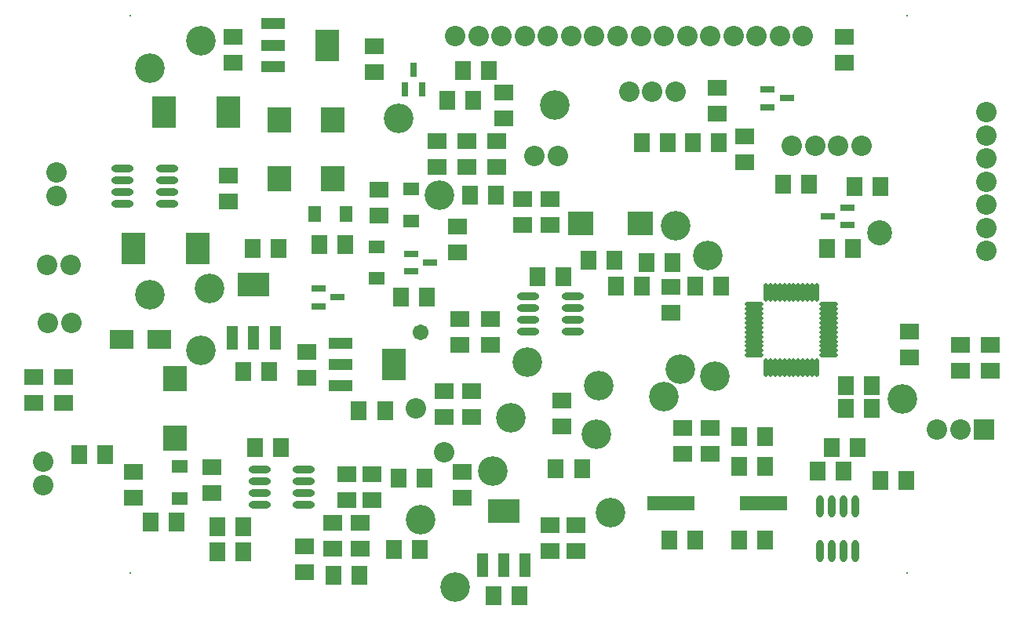
<source format=gbs>
%FSLAX25Y25*%
%MOIN*%
G70*
G01*
G75*
G04 Layer_Color=16711935*
%ADD10R,0.09449X0.03937*%
%ADD11R,0.09449X0.12992*%
%ADD12R,0.04331X0.03937*%
%ADD13R,0.03937X0.04331*%
%ADD14R,0.02362X0.05118*%
%ADD15R,0.03740X0.03543*%
%ADD16R,0.03740X0.03543*%
%ADD17R,0.07087X0.06299*%
%ADD18C,0.01969*%
%ADD19C,0.01181*%
%ADD20C,0.11811*%
%ADD21C,0.07874*%
%ADD22R,0.07874X0.07874*%
%ADD23C,0.09843*%
%ADD24C,0.05906*%
%ADD25R,0.19685X0.05118*%
%ADD26R,0.06299X0.07087*%
%ADD27R,0.09449X0.10236*%
%ADD28R,0.10236X0.09449*%
%ADD29R,0.05118X0.02362*%
%ADD30O,0.08661X0.02362*%
%ADD31O,0.07087X0.01181*%
%ADD32O,0.01181X0.07087*%
%ADD33R,0.03937X0.09449*%
%ADD34R,0.12992X0.09449*%
%ADD35O,0.02362X0.08661*%
%ADD36R,0.06299X0.04921*%
%ADD37R,0.09449X0.12992*%
%ADD38R,0.04921X0.06299*%
%ADD39R,0.09449X0.07087*%
%ADD40C,0.03937*%
%ADD41C,0.07874*%
%ADD42C,0.00984*%
%ADD43C,0.00787*%
%ADD44C,0.01000*%
%ADD45R,0.10249X0.04737*%
%ADD46R,0.10249X0.13792*%
%ADD47R,0.05131X0.04737*%
%ADD48R,0.04737X0.05131*%
%ADD49R,0.03162X0.05918*%
%ADD50R,0.04540X0.04343*%
%ADD51R,0.04540X0.04343*%
%ADD52R,0.07887X0.07099*%
%ADD53C,0.12611*%
%ADD54C,0.00800*%
%ADD55C,0.08674*%
%ADD56R,0.08674X0.08674*%
%ADD57C,0.10642*%
%ADD58C,0.06706*%
%ADD59R,0.20485X0.05918*%
%ADD60R,0.07099X0.07887*%
%ADD61R,0.10249X0.11036*%
%ADD62R,0.11036X0.10249*%
%ADD63R,0.05918X0.03162*%
%ADD64O,0.09461X0.03162*%
%ADD65O,0.07887X0.01981*%
%ADD66O,0.01981X0.07887*%
%ADD67R,0.04737X0.10249*%
%ADD68R,0.13792X0.10249*%
%ADD69O,0.03162X0.09461*%
%ADD70R,0.07099X0.05721*%
%ADD71R,0.10249X0.13792*%
%ADD72R,0.05721X0.07099*%
%ADD73R,0.10249X0.07887*%
D45*
X337992Y298031D02*
D03*
Y307087D02*
D03*
Y316142D02*
D03*
X309449Y433858D02*
D03*
Y442913D02*
D03*
Y451968D02*
D03*
D46*
X360827Y307087D02*
D03*
X332283Y442913D02*
D03*
D49*
X372835Y424016D02*
D03*
X365354D02*
D03*
X369094Y432283D02*
D03*
D52*
X579724Y310039D02*
D03*
Y321063D02*
D03*
X322835Y218898D02*
D03*
Y229921D02*
D03*
X290354Y387402D02*
D03*
Y376378D02*
D03*
X351378Y260433D02*
D03*
Y249410D02*
D03*
X389764Y250394D02*
D03*
Y261417D02*
D03*
X427165Y238779D02*
D03*
Y227756D02*
D03*
X495079Y280118D02*
D03*
Y269094D02*
D03*
X393701Y284842D02*
D03*
Y295866D02*
D03*
X483268Y280118D02*
D03*
Y269094D02*
D03*
X437992Y238779D02*
D03*
Y227756D02*
D03*
X323819Y312598D02*
D03*
Y301575D02*
D03*
X401575Y326378D02*
D03*
Y315354D02*
D03*
X388779Y326378D02*
D03*
Y315354D02*
D03*
X292323Y435433D02*
D03*
Y446457D02*
D03*
X352362Y431496D02*
D03*
Y442520D02*
D03*
X207677Y301772D02*
D03*
Y290748D02*
D03*
X498032Y424803D02*
D03*
Y413779D02*
D03*
X250000Y250394D02*
D03*
Y261417D02*
D03*
X346457Y239764D02*
D03*
Y228740D02*
D03*
X334646D02*
D03*
Y239764D02*
D03*
X378937Y391142D02*
D03*
Y402165D02*
D03*
X404528Y391142D02*
D03*
Y402165D02*
D03*
X340551Y260433D02*
D03*
Y249410D02*
D03*
X354331Y370472D02*
D03*
Y381496D02*
D03*
X387795Y354724D02*
D03*
Y365748D02*
D03*
X478346Y340158D02*
D03*
Y329134D02*
D03*
X432087Y280906D02*
D03*
Y291929D02*
D03*
X283465Y263386D02*
D03*
Y252362D02*
D03*
X381890Y295866D02*
D03*
Y284842D02*
D03*
X220472Y301772D02*
D03*
Y290748D02*
D03*
X509842Y393110D02*
D03*
Y404134D02*
D03*
X552165Y435433D02*
D03*
Y446457D02*
D03*
X614173Y315551D02*
D03*
Y304528D02*
D03*
X601378Y315551D02*
D03*
Y304528D02*
D03*
X427165Y366535D02*
D03*
Y377559D02*
D03*
X415354Y366535D02*
D03*
Y377559D02*
D03*
X391732Y391142D02*
D03*
Y402165D02*
D03*
X407480Y411811D02*
D03*
Y422835D02*
D03*
D53*
X256890Y336614D02*
D03*
Y433071D02*
D03*
X482283Y305118D02*
D03*
X410433Y284449D02*
D03*
X417323Y308071D02*
D03*
X494095Y353346D02*
D03*
X429134Y417323D02*
D03*
X576772Y292323D02*
D03*
X278543Y312992D02*
D03*
X379921Y378937D02*
D03*
X278543Y444882D02*
D03*
X362795Y411811D02*
D03*
X386811Y212598D02*
D03*
X372047Y241142D02*
D03*
X452756Y244094D02*
D03*
X446850Y277559D02*
D03*
X402559Y261811D02*
D03*
X447835Y298228D02*
D03*
X480315Y366142D02*
D03*
X497047Y302165D02*
D03*
X282480Y339567D02*
D03*
X475394Y293307D02*
D03*
D54*
X578642Y218504D02*
D03*
X248721D02*
D03*
Y455512D02*
D03*
X578642D02*
D03*
D55*
X559252Y400000D02*
D03*
X549409D02*
D03*
X539567D02*
D03*
X529724D02*
D03*
X591221Y279528D02*
D03*
X601221D02*
D03*
X460630Y423228D02*
D03*
X470472D02*
D03*
X480315D02*
D03*
X612205Y414370D02*
D03*
Y404528D02*
D03*
Y394685D02*
D03*
Y384842D02*
D03*
Y375000D02*
D03*
Y365158D02*
D03*
Y355315D02*
D03*
X430276Y395669D02*
D03*
X420276D02*
D03*
X211614Y265748D02*
D03*
Y255748D02*
D03*
X217520Y388779D02*
D03*
Y378780D02*
D03*
X223425Y349410D02*
D03*
X213425D02*
D03*
X465551Y446850D02*
D03*
X475394D02*
D03*
X485236D02*
D03*
X495079D02*
D03*
X504921D02*
D03*
X514764D02*
D03*
X524606D02*
D03*
X534449D02*
D03*
X455709D02*
D03*
X445866D02*
D03*
X436024D02*
D03*
X426181D02*
D03*
X416339D02*
D03*
X406496D02*
D03*
X396654D02*
D03*
X386811D02*
D03*
X213583Y324803D02*
D03*
X223583D02*
D03*
X381890Y269685D02*
D03*
X370079Y288386D02*
D03*
D56*
X611221Y279528D02*
D03*
D57*
X566929Y363189D02*
D03*
D58*
X372047Y320866D02*
D03*
X312008Y411221D02*
D03*
X334646D02*
D03*
X312008Y386024D02*
D03*
X334646D02*
D03*
D59*
X517717Y248031D02*
D03*
X478346D02*
D03*
D60*
X238189Y268701D02*
D03*
X227165D02*
D03*
X346063Y217520D02*
D03*
X335039D02*
D03*
X404134Y378937D02*
D03*
X393110D02*
D03*
X507283Y232283D02*
D03*
X518307D02*
D03*
X477756D02*
D03*
X488779D02*
D03*
X518307Y276575D02*
D03*
X507283D02*
D03*
X312598Y271654D02*
D03*
X301575D02*
D03*
X285827Y227362D02*
D03*
X296850D02*
D03*
X402953Y208661D02*
D03*
X413976D02*
D03*
X552559Y298228D02*
D03*
X563583D02*
D03*
X567323Y257874D02*
D03*
X578346D02*
D03*
X555709Y356299D02*
D03*
X544685D02*
D03*
X499606Y340551D02*
D03*
X488583D02*
D03*
X552559Y288386D02*
D03*
X563583D02*
D03*
X356890Y287402D02*
D03*
X345866D02*
D03*
X478937Y350394D02*
D03*
X467913D02*
D03*
X454331Y351378D02*
D03*
X443307D02*
D03*
X307677Y304134D02*
D03*
X296654D02*
D03*
X311614Y356299D02*
D03*
X300590D02*
D03*
X360630Y228346D02*
D03*
X371654D02*
D03*
X257283Y240158D02*
D03*
X268307D02*
D03*
X340158Y358268D02*
D03*
X329134D02*
D03*
X373622Y258858D02*
D03*
X362598D02*
D03*
X374606Y335630D02*
D03*
X363583D02*
D03*
X507283Y263779D02*
D03*
X518307D02*
D03*
X296850Y238189D02*
D03*
X285827D02*
D03*
X429528Y262795D02*
D03*
X440551D02*
D03*
X540748Y261811D02*
D03*
X551772D02*
D03*
X546654Y271654D02*
D03*
X557677D02*
D03*
X455118Y340551D02*
D03*
X466142D02*
D03*
X390158Y432087D02*
D03*
X401181D02*
D03*
X421654Y344488D02*
D03*
X432677D02*
D03*
X498622Y401575D02*
D03*
X487598D02*
D03*
X476968D02*
D03*
X465945D02*
D03*
X383268Y419291D02*
D03*
X394291D02*
D03*
X567520Y382874D02*
D03*
X556496D02*
D03*
X537008Y383858D02*
D03*
X525984D02*
D03*
D61*
X312008Y386024D02*
D03*
Y411221D02*
D03*
X334646Y386024D02*
D03*
Y411221D02*
D03*
X267717Y300984D02*
D03*
Y275787D02*
D03*
D62*
X440158Y367126D02*
D03*
X465354D02*
D03*
D63*
X519488Y416535D02*
D03*
Y424016D02*
D03*
X527756Y420276D02*
D03*
X553346Y373819D02*
D03*
Y366339D02*
D03*
X545079Y370079D02*
D03*
X367913Y346654D02*
D03*
Y354134D02*
D03*
X376181Y350394D02*
D03*
X328543Y331890D02*
D03*
Y339370D02*
D03*
X336811Y335630D02*
D03*
D64*
X245472Y375374D02*
D03*
Y380374D02*
D03*
Y385374D02*
D03*
Y390374D02*
D03*
X264370Y375374D02*
D03*
Y380374D02*
D03*
Y385374D02*
D03*
Y390374D02*
D03*
X303543Y247421D02*
D03*
Y252421D02*
D03*
Y257421D02*
D03*
Y262421D02*
D03*
X322441Y247421D02*
D03*
Y252421D02*
D03*
Y257421D02*
D03*
Y262421D02*
D03*
X436614Y336240D02*
D03*
Y331240D02*
D03*
Y326240D02*
D03*
Y321240D02*
D03*
X417717Y336240D02*
D03*
Y331240D02*
D03*
Y326240D02*
D03*
Y321240D02*
D03*
D65*
X545472Y311024D02*
D03*
Y312992D02*
D03*
Y314961D02*
D03*
Y316929D02*
D03*
Y318898D02*
D03*
Y320866D02*
D03*
Y322835D02*
D03*
Y324803D02*
D03*
Y326772D02*
D03*
Y328740D02*
D03*
Y330709D02*
D03*
Y332677D02*
D03*
X513583D02*
D03*
Y330709D02*
D03*
Y328740D02*
D03*
Y326772D02*
D03*
Y324803D02*
D03*
Y322835D02*
D03*
Y320866D02*
D03*
Y318898D02*
D03*
Y316929D02*
D03*
Y314961D02*
D03*
Y312992D02*
D03*
Y311024D02*
D03*
D66*
X540354Y337795D02*
D03*
X538386D02*
D03*
X536417D02*
D03*
X534449D02*
D03*
X532480D02*
D03*
X530512D02*
D03*
X528543D02*
D03*
X526575D02*
D03*
X524606D02*
D03*
X522638D02*
D03*
X520669D02*
D03*
X518701D02*
D03*
Y305906D02*
D03*
X520669D02*
D03*
X522638D02*
D03*
X524606D02*
D03*
X526575D02*
D03*
X528543D02*
D03*
X530512D02*
D03*
X532480D02*
D03*
X534449D02*
D03*
X536417D02*
D03*
X538386D02*
D03*
X540354D02*
D03*
D67*
X416535Y221850D02*
D03*
X407480D02*
D03*
X398425D02*
D03*
X310236Y318307D02*
D03*
X301181D02*
D03*
X292126D02*
D03*
D68*
X407480Y244685D02*
D03*
X301181Y341142D02*
D03*
D69*
X556713Y227756D02*
D03*
X551713D02*
D03*
X546713D02*
D03*
X541713D02*
D03*
X556713Y246654D02*
D03*
X551713D02*
D03*
X546713D02*
D03*
X541713D02*
D03*
D70*
X269646Y263622D02*
D03*
Y250039D02*
D03*
X368150Y368268D02*
D03*
Y381850D02*
D03*
X353386Y343661D02*
D03*
Y357244D02*
D03*
D71*
X290256Y414370D02*
D03*
X262894D02*
D03*
X250098Y356299D02*
D03*
X277461D02*
D03*
D72*
X326929Y371024D02*
D03*
X340512D02*
D03*
D73*
X244882Y317913D02*
D03*
X261024D02*
D03*
M02*

</source>
